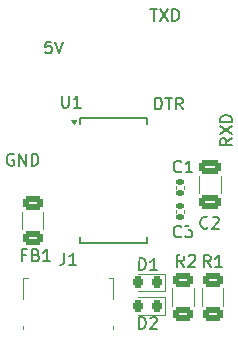
<source format=gto>
G04 #@! TF.GenerationSoftware,KiCad,Pcbnew,8.0.4*
G04 #@! TF.CreationDate,2024-11-22T23:05:38-05:00*
G04 #@! TF.ProjectId,usb_to_uart_ft232rl,7573625f-746f-45f7-9561-72745f667432,rev?*
G04 #@! TF.SameCoordinates,Original*
G04 #@! TF.FileFunction,Legend,Top*
G04 #@! TF.FilePolarity,Positive*
%FSLAX46Y46*%
G04 Gerber Fmt 4.6, Leading zero omitted, Abs format (unit mm)*
G04 Created by KiCad (PCBNEW 8.0.4) date 2024-11-22 23:05:38*
%MOMM*%
%LPD*%
G01*
G04 APERTURE LIST*
G04 Aperture macros list*
%AMRoundRect*
0 Rectangle with rounded corners*
0 $1 Rounding radius*
0 $2 $3 $4 $5 $6 $7 $8 $9 X,Y pos of 4 corners*
0 Add a 4 corners polygon primitive as box body*
4,1,4,$2,$3,$4,$5,$6,$7,$8,$9,$2,$3,0*
0 Add four circle primitives for the rounded corners*
1,1,$1+$1,$2,$3*
1,1,$1+$1,$4,$5*
1,1,$1+$1,$6,$7*
1,1,$1+$1,$8,$9*
0 Add four rect primitives between the rounded corners*
20,1,$1+$1,$2,$3,$4,$5,0*
20,1,$1+$1,$4,$5,$6,$7,0*
20,1,$1+$1,$6,$7,$8,$9,0*
20,1,$1+$1,$8,$9,$2,$3,0*%
G04 Aperture macros list end*
%ADD10C,0.200000*%
%ADD11C,0.150000*%
%ADD12C,0.120000*%
%ADD13R,1.700000X1.700000*%
%ADD14O,1.700000X1.700000*%
%ADD15RoundRect,0.218750X0.218750X0.256250X-0.218750X0.256250X-0.218750X-0.256250X0.218750X-0.256250X0*%
%ADD16R,0.450000X1.380000*%
%ADD17R,1.650000X1.300000*%
%ADD18R,1.425000X1.550000*%
%ADD19R,1.800000X1.900000*%
%ADD20R,1.000000X1.900000*%
%ADD21RoundRect,0.140000X-0.170000X0.140000X-0.170000X-0.140000X0.170000X-0.140000X0.170000X0.140000X0*%
%ADD22RoundRect,0.250000X0.625000X-0.312500X0.625000X0.312500X-0.625000X0.312500X-0.625000X-0.312500X0*%
%ADD23RoundRect,0.250000X0.650000X-0.325000X0.650000X0.325000X-0.650000X0.325000X-0.650000X-0.325000X0*%
%ADD24RoundRect,0.140000X0.170000X-0.140000X0.170000X0.140000X-0.170000X0.140000X-0.170000X-0.140000X0*%
%ADD25R,1.750000X0.450000*%
%ADD26C,0.600000*%
G04 APERTURE END LIST*
D10*
X117867219Y-51058898D02*
X117391028Y-51392231D01*
X117867219Y-51630326D02*
X116867219Y-51630326D01*
X116867219Y-51630326D02*
X116867219Y-51249374D01*
X116867219Y-51249374D02*
X116914838Y-51154136D01*
X116914838Y-51154136D02*
X116962457Y-51106517D01*
X116962457Y-51106517D02*
X117057695Y-51058898D01*
X117057695Y-51058898D02*
X117200552Y-51058898D01*
X117200552Y-51058898D02*
X117295790Y-51106517D01*
X117295790Y-51106517D02*
X117343409Y-51154136D01*
X117343409Y-51154136D02*
X117391028Y-51249374D01*
X117391028Y-51249374D02*
X117391028Y-51630326D01*
X116867219Y-50725564D02*
X117867219Y-50058898D01*
X116867219Y-50058898D02*
X117867219Y-50725564D01*
X117867219Y-49677945D02*
X116867219Y-49677945D01*
X116867219Y-49677945D02*
X116867219Y-49439850D01*
X116867219Y-49439850D02*
X116914838Y-49296993D01*
X116914838Y-49296993D02*
X117010076Y-49201755D01*
X117010076Y-49201755D02*
X117105314Y-49154136D01*
X117105314Y-49154136D02*
X117295790Y-49106517D01*
X117295790Y-49106517D02*
X117438647Y-49106517D01*
X117438647Y-49106517D02*
X117629123Y-49154136D01*
X117629123Y-49154136D02*
X117724361Y-49201755D01*
X117724361Y-49201755D02*
X117819600Y-49296993D01*
X117819600Y-49296993D02*
X117867219Y-49439850D01*
X117867219Y-49439850D02*
X117867219Y-49677945D01*
X111369673Y-48617219D02*
X111369673Y-47617219D01*
X111369673Y-47617219D02*
X111607768Y-47617219D01*
X111607768Y-47617219D02*
X111750625Y-47664838D01*
X111750625Y-47664838D02*
X111845863Y-47760076D01*
X111845863Y-47760076D02*
X111893482Y-47855314D01*
X111893482Y-47855314D02*
X111941101Y-48045790D01*
X111941101Y-48045790D02*
X111941101Y-48188647D01*
X111941101Y-48188647D02*
X111893482Y-48379123D01*
X111893482Y-48379123D02*
X111845863Y-48474361D01*
X111845863Y-48474361D02*
X111750625Y-48569600D01*
X111750625Y-48569600D02*
X111607768Y-48617219D01*
X111607768Y-48617219D02*
X111369673Y-48617219D01*
X112226816Y-47617219D02*
X112798244Y-47617219D01*
X112512530Y-48617219D02*
X112512530Y-47617219D01*
X113703006Y-48617219D02*
X113369673Y-48141028D01*
X113131578Y-48617219D02*
X113131578Y-47617219D01*
X113131578Y-47617219D02*
X113512530Y-47617219D01*
X113512530Y-47617219D02*
X113607768Y-47664838D01*
X113607768Y-47664838D02*
X113655387Y-47712457D01*
X113655387Y-47712457D02*
X113703006Y-47807695D01*
X113703006Y-47807695D02*
X113703006Y-47950552D01*
X113703006Y-47950552D02*
X113655387Y-48045790D01*
X113655387Y-48045790D02*
X113607768Y-48093409D01*
X113607768Y-48093409D02*
X113512530Y-48141028D01*
X113512530Y-48141028D02*
X113131578Y-48141028D01*
X110976816Y-40117219D02*
X111548244Y-40117219D01*
X111262530Y-41117219D02*
X111262530Y-40117219D01*
X111786340Y-40117219D02*
X112453006Y-41117219D01*
X112453006Y-40117219D02*
X111786340Y-41117219D01*
X112833959Y-41117219D02*
X112833959Y-40117219D01*
X112833959Y-40117219D02*
X113072054Y-40117219D01*
X113072054Y-40117219D02*
X113214911Y-40164838D01*
X113214911Y-40164838D02*
X113310149Y-40260076D01*
X113310149Y-40260076D02*
X113357768Y-40355314D01*
X113357768Y-40355314D02*
X113405387Y-40545790D01*
X113405387Y-40545790D02*
X113405387Y-40688647D01*
X113405387Y-40688647D02*
X113357768Y-40879123D01*
X113357768Y-40879123D02*
X113310149Y-40974361D01*
X113310149Y-40974361D02*
X113214911Y-41069600D01*
X113214911Y-41069600D02*
X113072054Y-41117219D01*
X113072054Y-41117219D02*
X112833959Y-41117219D01*
X99393482Y-52414838D02*
X99298244Y-52367219D01*
X99298244Y-52367219D02*
X99155387Y-52367219D01*
X99155387Y-52367219D02*
X99012530Y-52414838D01*
X99012530Y-52414838D02*
X98917292Y-52510076D01*
X98917292Y-52510076D02*
X98869673Y-52605314D01*
X98869673Y-52605314D02*
X98822054Y-52795790D01*
X98822054Y-52795790D02*
X98822054Y-52938647D01*
X98822054Y-52938647D02*
X98869673Y-53129123D01*
X98869673Y-53129123D02*
X98917292Y-53224361D01*
X98917292Y-53224361D02*
X99012530Y-53319600D01*
X99012530Y-53319600D02*
X99155387Y-53367219D01*
X99155387Y-53367219D02*
X99250625Y-53367219D01*
X99250625Y-53367219D02*
X99393482Y-53319600D01*
X99393482Y-53319600D02*
X99441101Y-53271980D01*
X99441101Y-53271980D02*
X99441101Y-52938647D01*
X99441101Y-52938647D02*
X99250625Y-52938647D01*
X99869673Y-53367219D02*
X99869673Y-52367219D01*
X99869673Y-52367219D02*
X100441101Y-53367219D01*
X100441101Y-53367219D02*
X100441101Y-52367219D01*
X100917292Y-53367219D02*
X100917292Y-52367219D01*
X100917292Y-52367219D02*
X101155387Y-52367219D01*
X101155387Y-52367219D02*
X101298244Y-52414838D01*
X101298244Y-52414838D02*
X101393482Y-52510076D01*
X101393482Y-52510076D02*
X101441101Y-52605314D01*
X101441101Y-52605314D02*
X101488720Y-52795790D01*
X101488720Y-52795790D02*
X101488720Y-52938647D01*
X101488720Y-52938647D02*
X101441101Y-53129123D01*
X101441101Y-53129123D02*
X101393482Y-53224361D01*
X101393482Y-53224361D02*
X101298244Y-53319600D01*
X101298244Y-53319600D02*
X101155387Y-53367219D01*
X101155387Y-53367219D02*
X100917292Y-53367219D01*
X102595863Y-42867219D02*
X102119673Y-42867219D01*
X102119673Y-42867219D02*
X102072054Y-43343409D01*
X102072054Y-43343409D02*
X102119673Y-43295790D01*
X102119673Y-43295790D02*
X102214911Y-43248171D01*
X102214911Y-43248171D02*
X102453006Y-43248171D01*
X102453006Y-43248171D02*
X102548244Y-43295790D01*
X102548244Y-43295790D02*
X102595863Y-43343409D01*
X102595863Y-43343409D02*
X102643482Y-43438647D01*
X102643482Y-43438647D02*
X102643482Y-43676742D01*
X102643482Y-43676742D02*
X102595863Y-43771980D01*
X102595863Y-43771980D02*
X102548244Y-43819600D01*
X102548244Y-43819600D02*
X102453006Y-43867219D01*
X102453006Y-43867219D02*
X102214911Y-43867219D01*
X102214911Y-43867219D02*
X102119673Y-43819600D01*
X102119673Y-43819600D02*
X102072054Y-43771980D01*
X102929197Y-42867219D02*
X103262530Y-43867219D01*
X103262530Y-43867219D02*
X103595863Y-42867219D01*
D11*
X110011905Y-67204819D02*
X110011905Y-66204819D01*
X110011905Y-66204819D02*
X110250000Y-66204819D01*
X110250000Y-66204819D02*
X110392857Y-66252438D01*
X110392857Y-66252438D02*
X110488095Y-66347676D01*
X110488095Y-66347676D02*
X110535714Y-66442914D01*
X110535714Y-66442914D02*
X110583333Y-66633390D01*
X110583333Y-66633390D02*
X110583333Y-66776247D01*
X110583333Y-66776247D02*
X110535714Y-66966723D01*
X110535714Y-66966723D02*
X110488095Y-67061961D01*
X110488095Y-67061961D02*
X110392857Y-67157200D01*
X110392857Y-67157200D02*
X110250000Y-67204819D01*
X110250000Y-67204819D02*
X110011905Y-67204819D01*
X110964286Y-66300057D02*
X111011905Y-66252438D01*
X111011905Y-66252438D02*
X111107143Y-66204819D01*
X111107143Y-66204819D02*
X111345238Y-66204819D01*
X111345238Y-66204819D02*
X111440476Y-66252438D01*
X111440476Y-66252438D02*
X111488095Y-66300057D01*
X111488095Y-66300057D02*
X111535714Y-66395295D01*
X111535714Y-66395295D02*
X111535714Y-66490533D01*
X111535714Y-66490533D02*
X111488095Y-66633390D01*
X111488095Y-66633390D02*
X110916667Y-67204819D01*
X110916667Y-67204819D02*
X111535714Y-67204819D01*
X103679166Y-60779819D02*
X103679166Y-61494104D01*
X103679166Y-61494104D02*
X103631547Y-61636961D01*
X103631547Y-61636961D02*
X103536309Y-61732200D01*
X103536309Y-61732200D02*
X103393452Y-61779819D01*
X103393452Y-61779819D02*
X103298214Y-61779819D01*
X104679166Y-61779819D02*
X104107738Y-61779819D01*
X104393452Y-61779819D02*
X104393452Y-60779819D01*
X104393452Y-60779819D02*
X104298214Y-60922676D01*
X104298214Y-60922676D02*
X104202976Y-61017914D01*
X104202976Y-61017914D02*
X104107738Y-61065533D01*
X113583333Y-59359580D02*
X113535714Y-59407200D01*
X113535714Y-59407200D02*
X113392857Y-59454819D01*
X113392857Y-59454819D02*
X113297619Y-59454819D01*
X113297619Y-59454819D02*
X113154762Y-59407200D01*
X113154762Y-59407200D02*
X113059524Y-59311961D01*
X113059524Y-59311961D02*
X113011905Y-59216723D01*
X113011905Y-59216723D02*
X112964286Y-59026247D01*
X112964286Y-59026247D02*
X112964286Y-58883390D01*
X112964286Y-58883390D02*
X113011905Y-58692914D01*
X113011905Y-58692914D02*
X113059524Y-58597676D01*
X113059524Y-58597676D02*
X113154762Y-58502438D01*
X113154762Y-58502438D02*
X113297619Y-58454819D01*
X113297619Y-58454819D02*
X113392857Y-58454819D01*
X113392857Y-58454819D02*
X113535714Y-58502438D01*
X113535714Y-58502438D02*
X113583333Y-58550057D01*
X113916667Y-58454819D02*
X114535714Y-58454819D01*
X114535714Y-58454819D02*
X114202381Y-58835771D01*
X114202381Y-58835771D02*
X114345238Y-58835771D01*
X114345238Y-58835771D02*
X114440476Y-58883390D01*
X114440476Y-58883390D02*
X114488095Y-58931009D01*
X114488095Y-58931009D02*
X114535714Y-59026247D01*
X114535714Y-59026247D02*
X114535714Y-59264342D01*
X114535714Y-59264342D02*
X114488095Y-59359580D01*
X114488095Y-59359580D02*
X114440476Y-59407200D01*
X114440476Y-59407200D02*
X114345238Y-59454819D01*
X114345238Y-59454819D02*
X114059524Y-59454819D01*
X114059524Y-59454819D02*
X113964286Y-59407200D01*
X113964286Y-59407200D02*
X113916667Y-59359580D01*
X110011905Y-62204819D02*
X110011905Y-61204819D01*
X110011905Y-61204819D02*
X110250000Y-61204819D01*
X110250000Y-61204819D02*
X110392857Y-61252438D01*
X110392857Y-61252438D02*
X110488095Y-61347676D01*
X110488095Y-61347676D02*
X110535714Y-61442914D01*
X110535714Y-61442914D02*
X110583333Y-61633390D01*
X110583333Y-61633390D02*
X110583333Y-61776247D01*
X110583333Y-61776247D02*
X110535714Y-61966723D01*
X110535714Y-61966723D02*
X110488095Y-62061961D01*
X110488095Y-62061961D02*
X110392857Y-62157200D01*
X110392857Y-62157200D02*
X110250000Y-62204819D01*
X110250000Y-62204819D02*
X110011905Y-62204819D01*
X111535714Y-62204819D02*
X110964286Y-62204819D01*
X111250000Y-62204819D02*
X111250000Y-61204819D01*
X111250000Y-61204819D02*
X111154762Y-61347676D01*
X111154762Y-61347676D02*
X111059524Y-61442914D01*
X111059524Y-61442914D02*
X110964286Y-61490533D01*
X100416666Y-60931009D02*
X100083333Y-60931009D01*
X100083333Y-61454819D02*
X100083333Y-60454819D01*
X100083333Y-60454819D02*
X100559523Y-60454819D01*
X101273809Y-60931009D02*
X101416666Y-60978628D01*
X101416666Y-60978628D02*
X101464285Y-61026247D01*
X101464285Y-61026247D02*
X101511904Y-61121485D01*
X101511904Y-61121485D02*
X101511904Y-61264342D01*
X101511904Y-61264342D02*
X101464285Y-61359580D01*
X101464285Y-61359580D02*
X101416666Y-61407200D01*
X101416666Y-61407200D02*
X101321428Y-61454819D01*
X101321428Y-61454819D02*
X100940476Y-61454819D01*
X100940476Y-61454819D02*
X100940476Y-60454819D01*
X100940476Y-60454819D02*
X101273809Y-60454819D01*
X101273809Y-60454819D02*
X101369047Y-60502438D01*
X101369047Y-60502438D02*
X101416666Y-60550057D01*
X101416666Y-60550057D02*
X101464285Y-60645295D01*
X101464285Y-60645295D02*
X101464285Y-60740533D01*
X101464285Y-60740533D02*
X101416666Y-60835771D01*
X101416666Y-60835771D02*
X101369047Y-60883390D01*
X101369047Y-60883390D02*
X101273809Y-60931009D01*
X101273809Y-60931009D02*
X100940476Y-60931009D01*
X102464285Y-61454819D02*
X101892857Y-61454819D01*
X102178571Y-61454819D02*
X102178571Y-60454819D01*
X102178571Y-60454819D02*
X102083333Y-60597676D01*
X102083333Y-60597676D02*
X101988095Y-60692914D01*
X101988095Y-60692914D02*
X101892857Y-60740533D01*
X113833333Y-61917319D02*
X113500000Y-61441128D01*
X113261905Y-61917319D02*
X113261905Y-60917319D01*
X113261905Y-60917319D02*
X113642857Y-60917319D01*
X113642857Y-60917319D02*
X113738095Y-60964938D01*
X113738095Y-60964938D02*
X113785714Y-61012557D01*
X113785714Y-61012557D02*
X113833333Y-61107795D01*
X113833333Y-61107795D02*
X113833333Y-61250652D01*
X113833333Y-61250652D02*
X113785714Y-61345890D01*
X113785714Y-61345890D02*
X113738095Y-61393509D01*
X113738095Y-61393509D02*
X113642857Y-61441128D01*
X113642857Y-61441128D02*
X113261905Y-61441128D01*
X114214286Y-61012557D02*
X114261905Y-60964938D01*
X114261905Y-60964938D02*
X114357143Y-60917319D01*
X114357143Y-60917319D02*
X114595238Y-60917319D01*
X114595238Y-60917319D02*
X114690476Y-60964938D01*
X114690476Y-60964938D02*
X114738095Y-61012557D01*
X114738095Y-61012557D02*
X114785714Y-61107795D01*
X114785714Y-61107795D02*
X114785714Y-61203033D01*
X114785714Y-61203033D02*
X114738095Y-61345890D01*
X114738095Y-61345890D02*
X114166667Y-61917319D01*
X114166667Y-61917319D02*
X114785714Y-61917319D01*
X116083333Y-61954819D02*
X115750000Y-61478628D01*
X115511905Y-61954819D02*
X115511905Y-60954819D01*
X115511905Y-60954819D02*
X115892857Y-60954819D01*
X115892857Y-60954819D02*
X115988095Y-61002438D01*
X115988095Y-61002438D02*
X116035714Y-61050057D01*
X116035714Y-61050057D02*
X116083333Y-61145295D01*
X116083333Y-61145295D02*
X116083333Y-61288152D01*
X116083333Y-61288152D02*
X116035714Y-61383390D01*
X116035714Y-61383390D02*
X115988095Y-61431009D01*
X115988095Y-61431009D02*
X115892857Y-61478628D01*
X115892857Y-61478628D02*
X115511905Y-61478628D01*
X117035714Y-61954819D02*
X116464286Y-61954819D01*
X116750000Y-61954819D02*
X116750000Y-60954819D01*
X116750000Y-60954819D02*
X116654762Y-61097676D01*
X116654762Y-61097676D02*
X116559524Y-61192914D01*
X116559524Y-61192914D02*
X116464286Y-61240533D01*
X115833333Y-58609580D02*
X115785714Y-58657200D01*
X115785714Y-58657200D02*
X115642857Y-58704819D01*
X115642857Y-58704819D02*
X115547619Y-58704819D01*
X115547619Y-58704819D02*
X115404762Y-58657200D01*
X115404762Y-58657200D02*
X115309524Y-58561961D01*
X115309524Y-58561961D02*
X115261905Y-58466723D01*
X115261905Y-58466723D02*
X115214286Y-58276247D01*
X115214286Y-58276247D02*
X115214286Y-58133390D01*
X115214286Y-58133390D02*
X115261905Y-57942914D01*
X115261905Y-57942914D02*
X115309524Y-57847676D01*
X115309524Y-57847676D02*
X115404762Y-57752438D01*
X115404762Y-57752438D02*
X115547619Y-57704819D01*
X115547619Y-57704819D02*
X115642857Y-57704819D01*
X115642857Y-57704819D02*
X115785714Y-57752438D01*
X115785714Y-57752438D02*
X115833333Y-57800057D01*
X116214286Y-57800057D02*
X116261905Y-57752438D01*
X116261905Y-57752438D02*
X116357143Y-57704819D01*
X116357143Y-57704819D02*
X116595238Y-57704819D01*
X116595238Y-57704819D02*
X116690476Y-57752438D01*
X116690476Y-57752438D02*
X116738095Y-57800057D01*
X116738095Y-57800057D02*
X116785714Y-57895295D01*
X116785714Y-57895295D02*
X116785714Y-57990533D01*
X116785714Y-57990533D02*
X116738095Y-58133390D01*
X116738095Y-58133390D02*
X116166667Y-58704819D01*
X116166667Y-58704819D02*
X116785714Y-58704819D01*
X113583333Y-53859580D02*
X113535714Y-53907200D01*
X113535714Y-53907200D02*
X113392857Y-53954819D01*
X113392857Y-53954819D02*
X113297619Y-53954819D01*
X113297619Y-53954819D02*
X113154762Y-53907200D01*
X113154762Y-53907200D02*
X113059524Y-53811961D01*
X113059524Y-53811961D02*
X113011905Y-53716723D01*
X113011905Y-53716723D02*
X112964286Y-53526247D01*
X112964286Y-53526247D02*
X112964286Y-53383390D01*
X112964286Y-53383390D02*
X113011905Y-53192914D01*
X113011905Y-53192914D02*
X113059524Y-53097676D01*
X113059524Y-53097676D02*
X113154762Y-53002438D01*
X113154762Y-53002438D02*
X113297619Y-52954819D01*
X113297619Y-52954819D02*
X113392857Y-52954819D01*
X113392857Y-52954819D02*
X113535714Y-53002438D01*
X113535714Y-53002438D02*
X113583333Y-53050057D01*
X114535714Y-53954819D02*
X113964286Y-53954819D01*
X114250000Y-53954819D02*
X114250000Y-52954819D01*
X114250000Y-52954819D02*
X114154762Y-53097676D01*
X114154762Y-53097676D02*
X114059524Y-53192914D01*
X114059524Y-53192914D02*
X113964286Y-53240533D01*
X103488095Y-47454819D02*
X103488095Y-48264342D01*
X103488095Y-48264342D02*
X103535714Y-48359580D01*
X103535714Y-48359580D02*
X103583333Y-48407200D01*
X103583333Y-48407200D02*
X103678571Y-48454819D01*
X103678571Y-48454819D02*
X103869047Y-48454819D01*
X103869047Y-48454819D02*
X103964285Y-48407200D01*
X103964285Y-48407200D02*
X104011904Y-48359580D01*
X104011904Y-48359580D02*
X104059523Y-48264342D01*
X104059523Y-48264342D02*
X104059523Y-47454819D01*
X105059523Y-48454819D02*
X104488095Y-48454819D01*
X104773809Y-48454819D02*
X104773809Y-47454819D01*
X104773809Y-47454819D02*
X104678571Y-47597676D01*
X104678571Y-47597676D02*
X104583333Y-47692914D01*
X104583333Y-47692914D02*
X104488095Y-47740533D01*
D12*
X112235000Y-65985000D02*
X112235000Y-64515000D01*
X112235000Y-64515000D02*
X109950000Y-64515000D01*
X109950000Y-65985000D02*
X112235000Y-65985000D01*
X100202500Y-62915000D02*
X100582500Y-62915000D01*
X100202500Y-64685000D02*
X100202500Y-62915000D01*
X100202500Y-67225000D02*
X100202500Y-66965000D01*
X107822500Y-62915000D02*
X107442500Y-62915000D01*
X107822500Y-62915000D02*
X107822500Y-64685000D01*
X107822500Y-66965000D02*
X107822500Y-67225000D01*
X113140000Y-57142164D02*
X113140000Y-57357836D01*
X113860000Y-57142164D02*
X113860000Y-57357836D01*
X109950000Y-63985000D02*
X112235000Y-63985000D01*
X112235000Y-62515000D02*
X109950000Y-62515000D01*
X112235000Y-63985000D02*
X112235000Y-62515000D01*
X100090000Y-58727064D02*
X100090000Y-57272936D01*
X101910000Y-58727064D02*
X101910000Y-57272936D01*
X114660000Y-65227064D02*
X114660000Y-63772936D01*
X112840000Y-65227064D02*
X112840000Y-63772936D01*
X117160000Y-65227064D02*
X117160000Y-63772936D01*
X115340000Y-65227064D02*
X115340000Y-63772936D01*
X115090000Y-55711252D02*
X115090000Y-54288748D01*
X116910000Y-55711252D02*
X116910000Y-54288748D01*
X113140000Y-55337836D02*
X113140000Y-55122164D01*
X113860000Y-55337836D02*
X113860000Y-55122164D01*
D11*
X104975000Y-49300000D02*
X104975000Y-49875000D01*
X104975000Y-49300000D02*
X110725000Y-49300000D01*
X104975000Y-59375000D02*
X104975000Y-59950000D01*
X104975000Y-59950000D02*
X110725000Y-59950000D01*
X110725000Y-49300000D02*
X110725000Y-49875000D01*
X110725000Y-59375000D02*
X110725000Y-59950000D01*
D12*
X104475000Y-49875000D02*
X104235000Y-49545000D01*
X104715000Y-49545000D01*
X104475000Y-49875000D01*
G36*
X104475000Y-49875000D02*
G01*
X104235000Y-49545000D01*
X104715000Y-49545000D01*
X104475000Y-49875000D01*
G37*
%LPC*%
D13*
X100250000Y-40590000D03*
D14*
X100250000Y-43130000D03*
X100250000Y-45670000D03*
X100250000Y-48210000D03*
X100250000Y-50750000D03*
D13*
X115490000Y-40590000D03*
D14*
X115490000Y-43130000D03*
X115490000Y-45670000D03*
X115490000Y-48210000D03*
X115490000Y-50750000D03*
D15*
X111537500Y-65250000D03*
X109962500Y-65250000D03*
D16*
X102712500Y-63165000D03*
X103362500Y-63165000D03*
X104012500Y-63165000D03*
X104662500Y-63165000D03*
X105312500Y-63165000D03*
D17*
X100637500Y-65825000D03*
D18*
X101525000Y-63250000D03*
D19*
X102862500Y-65825000D03*
D20*
X105562500Y-65825000D03*
D18*
X106500000Y-63250000D03*
D17*
X107387500Y-65825000D03*
D21*
X113500000Y-56770000D03*
X113500000Y-57730000D03*
D15*
X109962500Y-63250000D03*
X111537500Y-63250000D03*
D22*
X101000000Y-59462500D03*
X101000000Y-56537500D03*
X113750000Y-65962500D03*
X113750000Y-63037500D03*
X116250000Y-65962500D03*
X116250000Y-63037500D03*
D23*
X116000000Y-56475000D03*
X116000000Y-53525000D03*
D24*
X113500000Y-55710000D03*
X113500000Y-54750000D03*
D25*
X104250000Y-50400000D03*
X104250000Y-51050000D03*
X104250000Y-51700000D03*
X104250000Y-52350000D03*
X104250000Y-53000000D03*
X104250000Y-53650000D03*
X104250000Y-54300000D03*
X104250000Y-54950000D03*
X104250000Y-55600000D03*
X104250000Y-56250000D03*
X104250000Y-56900000D03*
X104250000Y-57550000D03*
X104250000Y-58200000D03*
X104250000Y-58850000D03*
X111450000Y-58850000D03*
X111450000Y-58200000D03*
X111450000Y-57550000D03*
X111450000Y-56900000D03*
X111450000Y-56250000D03*
X111450000Y-55600000D03*
X111450000Y-54950000D03*
X111450000Y-54300000D03*
X111450000Y-53650000D03*
X111450000Y-53000000D03*
X111450000Y-52350000D03*
X111450000Y-51700000D03*
X111450000Y-51050000D03*
X111450000Y-50400000D03*
D26*
X114500000Y-58500000D03*
X113500000Y-53500000D03*
X109750000Y-61250000D03*
X100000000Y-54750000D03*
X106500000Y-61250000D03*
X109258848Y-53650000D03*
X108500000Y-55000000D03*
X116250000Y-60750000D03*
X113750000Y-60750000D03*
X116000000Y-55000000D03*
X116000000Y-58000000D03*
X102500000Y-52250000D03*
X102500000Y-54250000D03*
X108750000Y-51750000D03*
X109000000Y-52500000D03*
%LPD*%
M02*

</source>
